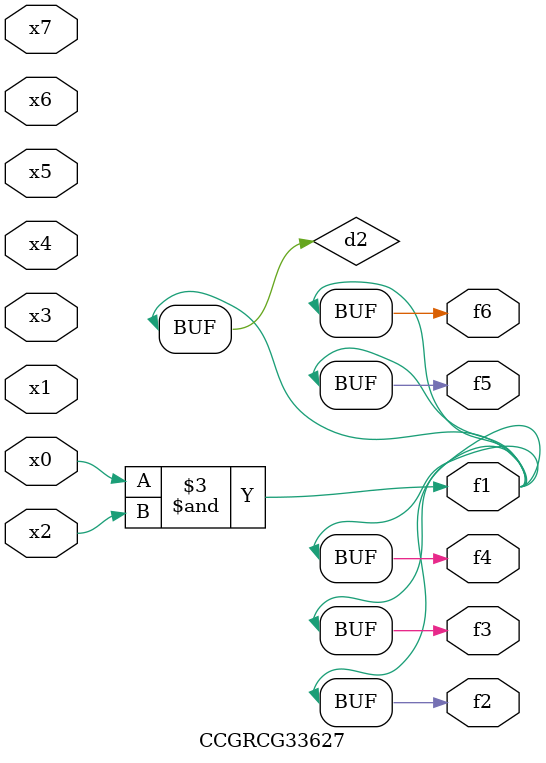
<source format=v>
module CCGRCG33627(
	input x0, x1, x2, x3, x4, x5, x6, x7,
	output f1, f2, f3, f4, f5, f6
);

	wire d1, d2;

	nor (d1, x3, x6);
	and (d2, x0, x2);
	assign f1 = d2;
	assign f2 = d2;
	assign f3 = d2;
	assign f4 = d2;
	assign f5 = d2;
	assign f6 = d2;
endmodule

</source>
